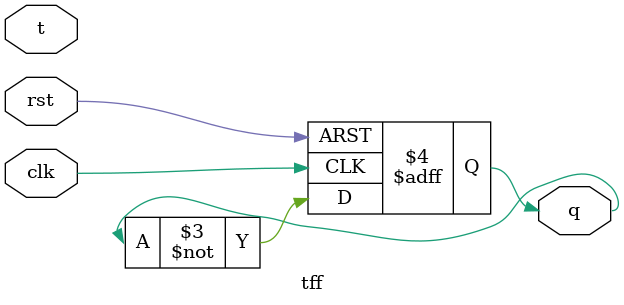
<source format=v>
module tff
(input t,rst,clk,
output reg q);

always @(posedge clk, negedge rst)
begin
	if(!rst)
		q <= 1'b0;
	else
		q <= ~q;
end

endmodule 
</source>
